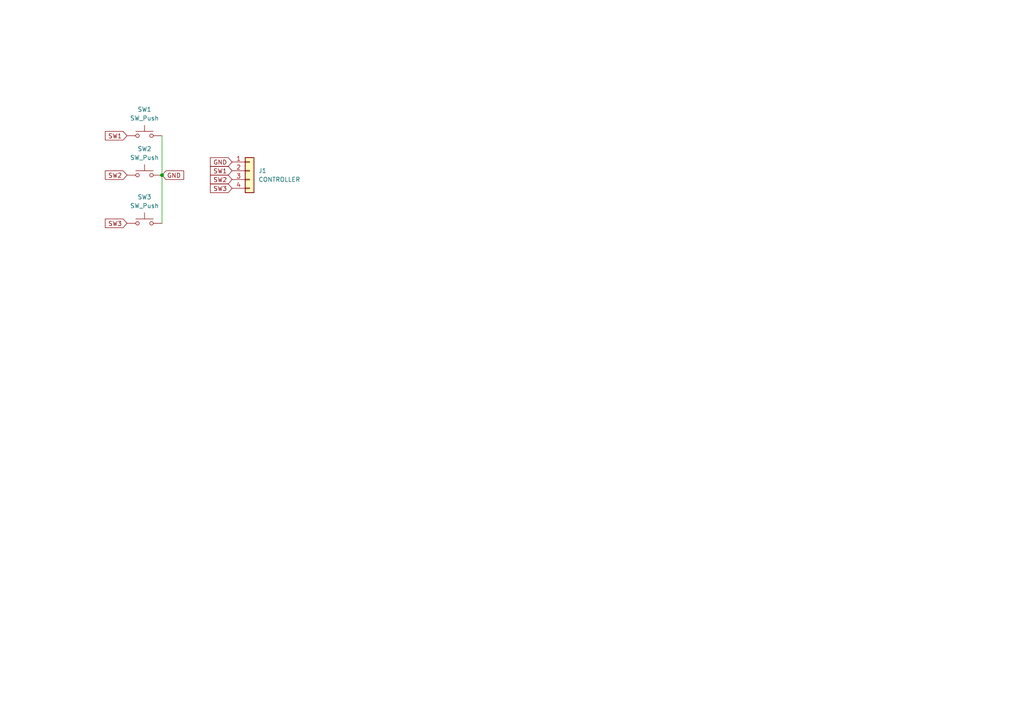
<source format=kicad_sch>
(kicad_sch (version 20230121) (generator eeschema)
  (paper "A4")
  (lib_symbols
    (symbol "Connector_Generic:Conn_01x04" (pin_names (offset 1.016) hide)
      (property "Reference" "J" (at 0 5.08 0))
      (property "Value" "Conn_01x04" (at 0 -7.62 0))
      (symbol "Conn_01x04_1_1"
        (rectangle (start -1.27 -4.953) (end 0 -5.207) (stroke (width 0.1524)))
        (rectangle (start -1.27 -2.413) (end 0 -2.667) (stroke (width 0.1524)))
        (rectangle (start -1.27 0.127) (end 0 -0.127) (stroke (width 0.1524)))
        (rectangle (start -1.27 2.667) (end 0 2.413) (stroke (width 0.1524)))
        (rectangle (start -1.27 3.81) (end 1.27 -6.35) (stroke (width 0.254)) (fill (type background)))
        (pin passive line (at -5.08 2.54 0) (length 3.81) (name "Pin_1") (number "1"))
        (pin passive line (at -5.08 0 0) (length 3.81) (name "Pin_2") (number "2"))
        (pin passive line (at -5.08 -2.54 0) (length 3.81) (name "Pin_3") (number "3"))
        (pin passive line (at -5.08 -5.08 0) (length 3.81) (name "Pin_4") (number "4"))
      )
    )
    (symbol "Switch:SW_Push" (pin_numbers hide) (pin_names (offset 1.016) hide)
      (property "Reference" "SW" (at 1.27 2.54 0))
      (property "Value" "SW_Push" (at 0 -1.524 0))
      (symbol "SW_Push_0_1"
        (circle (center -2.032 0) (radius 0.508))
        (polyline (pts (xy 0 1.27) (xy 0 3.048)))
        (polyline (pts (xy 2.54 1.27) (xy -2.54 1.27)))
        (circle (center 2.032 0) (radius 0.508))
        (pin passive line (at -5.08 0 0) (length 2.54) (name "1") (number "1"))
        (pin passive line (at 5.08 0 180) (length 2.54) (name "2") (number "2"))
      )
    )
  )
  (junction (at 46.99 50.8))
  (wire (pts (xy 46.99 39.37) (xy 46.99 50.8)))
  (wire (pts (xy 46.99 50.8) (xy 46.99 64.77)))
  (global_label "SW1" (shape input) (at 36.83 39.37 180) (property "Intersheetrefs" "${INTERSHEET_REFS}" (effects hide)))
  (global_label "SW1" (shape input) (at 67.31 49.53 180) (property "Intersheetrefs" "${INTERSHEET_REFS}" (effects hide)))
  (global_label "SW3" (shape input) (at 36.83 64.77 180) (property "Intersheetrefs" "${INTERSHEET_REFS}" (effects hide)))
  (global_label "SW3" (shape input) (at 67.31 54.61 180) (property "Intersheetrefs" "${INTERSHEET_REFS}" (effects hide)))
  (global_label "SW2" (shape input) (at 36.83 50.8 180) (property "Intersheetrefs" "${INTERSHEET_REFS}" (effects hide)))
  (global_label "SW2" (shape input) (at 67.31 52.07 180) (property "Intersheetrefs" "${INTERSHEET_REFS}" (effects hide)))
  (global_label "GND" (shape input) (at 46.99 50.8 0) (property "Intersheetrefs" "${INTERSHEET_REFS}" (effects hide)))
  (global_label "GND" (shape input) (at 67.31 46.99 180) (property "Intersheetrefs" "${INTERSHEET_REFS}" (effects hide)))
  (symbol (lib_id "Connector_Generic:Conn_01x04") (at 72.39 49.53 0) (unit 1)
    (property "Reference" "J1" (at 74.93 49.53 0) (effects (justify left)))
    (property "Value" "CONTROLLER" (at 74.93 52.07 0) (effects (justify left)))
    (property "Footprint" "Connector_JST:JST_XH_S4B-XH-A-1_1x04_P2.50mm_Horizontal" (effects hide))
  )
  (symbol (lib_id "Switch:SW_Push") (at 41.91 50.8 0) (unit 1)
    (property "Reference" "SW2" (at 41.91 43.18 0))
    (property "Value" "SW_Push" (at 41.91 45.72 0))
    (property "Footprint" "Button_Switch_SMD:Panasonic_EVQPUJ_EVQPUA" (effects hide))
  )
  (symbol (lib_id "Switch:SW_Push") (at 41.91 64.77 0) (unit 1)
    (property "Reference" "SW3" (at 41.91 57.15 0))
    (property "Value" "SW_Push" (at 41.91 59.69 0))
    (property "Footprint" "Button_Switch_SMD:Panasonic_EVQPUJ_EVQPUA" (effects hide))
  )
  (symbol (lib_id "Switch:SW_Push") (at 41.91 39.37 0) (unit 1)
    (property "Reference" "SW1" (at 41.91 31.75 0))
    (property "Value" "SW_Push" (at 41.91 34.29 0))
    (property "Footprint" "Button_Switch_SMD:Panasonic_EVQPUJ_EVQPUA" (effects hide))
  )
)
</source>
